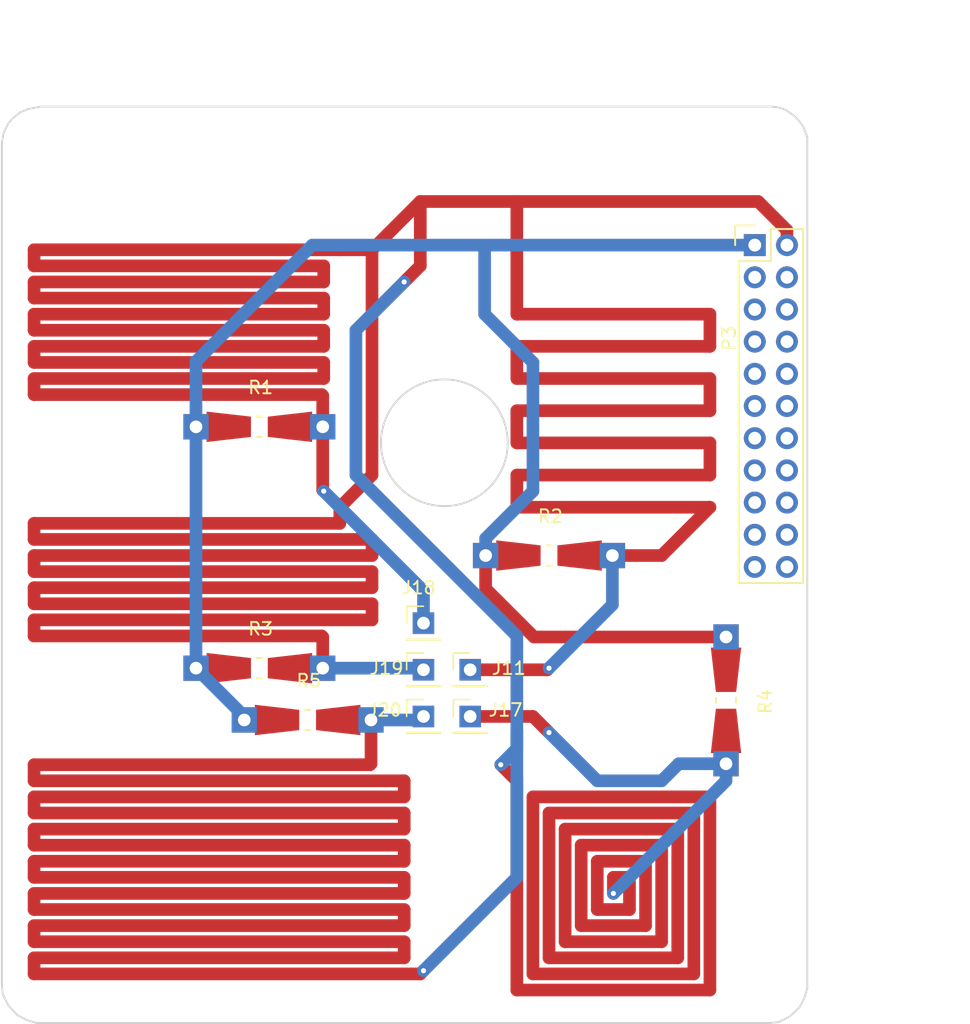
<source format=kicad_pcb>
(kicad_pcb (version 4) (host pcbnew 4.0.5+dfsg1-4)

  (general
    (links 25)
    (no_connects 10)
    (area 132.004999 53.391999 195.718501 125.868501)
    (thickness 1.6)
    (drawings 34)
    (tracks 173)
    (zones 0)
    (modules 14)
    (nets 3)
  )

  (page A4)
  (layers
    (0 F.Cu signal)
    (31 B.Cu signal)
    (32 B.Adhes user)
    (33 F.Adhes user)
    (34 B.Paste user)
    (35 F.Paste user)
    (36 B.SilkS user)
    (37 F.SilkS user)
    (38 B.Mask user)
    (39 F.Mask user)
    (40 Dwgs.User user)
    (41 Cmts.User user)
    (42 Eco1.User user)
    (43 Eco2.User user)
    (44 Edge.Cuts user)
    (45 Margin user)
    (46 B.CrtYd user)
    (47 F.CrtYd user)
    (48 B.Fab user)
    (49 F.Fab user)
  )

  (setup
    (last_trace_width 1)
    (trace_clearance 0.15)
    (zone_clearance 0.2)
    (zone_45_only no)
    (trace_min 0.15)
    (segment_width 0.2)
    (edge_width 0.15)
    (via_size 0.6)
    (via_drill 0.4)
    (via_min_size 0.4)
    (via_min_drill 0.3)
    (uvia_size 0.3)
    (uvia_drill 0.1)
    (uvias_allowed no)
    (uvia_min_size 0.2)
    (uvia_min_drill 0.1)
    (pcb_text_width 0.3)
    (pcb_text_size 1.5 1.5)
    (mod_edge_width 0.15)
    (mod_text_size 1 1)
    (mod_text_width 0.15)
    (pad_size 1.524 1.524)
    (pad_drill 0.762)
    (pad_to_mask_clearance 0.2)
    (aux_axis_origin 0 0)
    (visible_elements FFFEFFFF)
    (pcbplotparams
      (layerselection 0x0102c_80000001)
      (usegerberextensions false)
      (excludeedgelayer true)
      (linewidth 0.100000)
      (plotframeref false)
      (viasonmask false)
      (mode 1)
      (useauxorigin false)
      (hpglpennumber 1)
      (hpglpenspeed 20)
      (hpglpendiameter 15)
      (hpglpenoverlay 2)
      (psnegative false)
      (psa4output false)
      (plotreference true)
      (plotvalue false)
      (plotinvisibletext false)
      (padsonsilk false)
      (subtractmaskfromsilk false)
      (outputformat 1)
      (mirror false)
      (drillshape 0)
      (scaleselection 1)
      (outputdirectory fab2/))
  )

  (net 0 "")
  (net 1 GND)
  (net 2 +3V3)

  (net_class Default "This is the default net class."
    (clearance 0.15)
    (trace_width 1)
    (via_dia 0.6)
    (via_drill 0.4)
    (uvia_dia 0.3)
    (uvia_drill 0.1)
    (add_net +3V3)
    (add_net GND)
  )

  (module SNPM:MountingHole_3.2mm_M3_DIN965 (layer F.Cu) (tedit 5B4A4C86) (tstamp 5A143541)
    (at 181.1 101.96)
    (descr "Mounting Hole 3.2mm, no annular, M3, DIN965")
    (tags "mounting hole 3.2mm no annular m3 din965")
    (path /59BD7F12)
    (fp_text reference J5 (at 0 -3.8) (layer F.SilkS) hide
      (effects (font (size 1 1) (thickness 0.15)))
    )
    (fp_text value CONN_01X01 (at 0 3.8) (layer F.Fab)
      (effects (font (size 1 1) (thickness 0.15)))
    )
    (fp_circle (center 0 0) (end 2.8 0) (layer Cmts.User) (width 0.15))
    (fp_circle (center 0 0) (end 3.05 0) (layer F.CrtYd) (width 0.05))
    (pad 1 np_thru_hole circle (at 0 0) (size 3.2 3.2) (drill 3.2) (layers *.Cu *.Mask))
  )

  (module SNPM:MountingHole_3.2mm_M3_DIN965 (layer F.Cu) (tedit 5B4A4D64) (tstamp 5A143545)
    (at 156.083 57.4548)
    (descr "Mounting Hole 3.2mm, no annular, M3, DIN965")
    (tags "mounting hole 3.2mm no annular m3 din965")
    (path /59BD7DC6)
    (fp_text reference J6 (at 0 -3.8) (layer F.SilkS) hide
      (effects (font (size 1 1) (thickness 0.15)))
    )
    (fp_text value CONN_01X01 (at 0 3.8) (layer F.Fab)
      (effects (font (size 1 1) (thickness 0.15)))
    )
    (fp_circle (center 0 0) (end 2.8 0) (layer Cmts.User) (width 0.15))
    (fp_circle (center 0 0) (end 3.05 0) (layer F.CrtYd) (width 0.05))
    (pad 1 np_thru_hole circle (at 0 0) (size 3.2 3.2) (drill 3.2) (layers *.Cu *.Mask))
  )

  (module SNPM:MountingHole_3.2mm_M3_DIN965 (layer F.Cu) (tedit 5B4A4D69) (tstamp 5A143556)
    (at 181.102 57.4548)
    (descr "Mounting Hole 3.2mm, no annular, M3, DIN965")
    (tags "mounting hole 3.2mm no annular m3 din965")
    (path /59BD8012)
    (fp_text reference J9 (at 0 -3.8) (layer F.SilkS) hide
      (effects (font (size 1 1) (thickness 0.15)))
    )
    (fp_text value CONN_01X01 (at 0 3.8) (layer F.Fab)
      (effects (font (size 1 1) (thickness 0.15)))
    )
    (fp_circle (center 0 0) (end 2.8 0) (layer Cmts.User) (width 0.15))
    (fp_circle (center 0 0) (end 3.05 0) (layer F.CrtYd) (width 0.05))
    (pad 1 np_thru_hole circle (at 0 0) (size 3.2 3.2) (drill 3.2) (layers *.Cu *.Mask))
  )

  (module SNPM:Pin_Header_Straight_1x01_Pitch2.54mm (layer F.Cu) (tedit 5B4A4C9F) (tstamp 5A143F25)
    (at 169.037 97.917)
    (descr "Through hole straight pin header, 1x01, 2.54mm pitch, single row")
    (tags "Through hole pin header THT 1x01 2.54mm single row")
    (path /5A147D06)
    (fp_text reference J11 (at 3.048 -0.127) (layer F.SilkS)
      (effects (font (size 1 1) (thickness 0.15)))
    )
    (fp_text value CONN_01X01 (at 0 2.33) (layer F.Fab)
      (effects (font (size 1 1) (thickness 0.15)))
    )
    (fp_line (start -0.635 -1.27) (end 1.27 -1.27) (layer F.Fab) (width 0.1))
    (fp_line (start 1.27 -1.27) (end 1.27 1.27) (layer F.Fab) (width 0.1))
    (fp_line (start 1.27 1.27) (end -1.27 1.27) (layer F.Fab) (width 0.1))
    (fp_line (start -1.27 1.27) (end -1.27 -0.635) (layer F.Fab) (width 0.1))
    (fp_line (start -1.27 -0.635) (end -0.635 -1.27) (layer F.Fab) (width 0.1))
    (fp_line (start -1.33 1.33) (end 1.33 1.33) (layer F.SilkS) (width 0.12))
    (fp_line (start -1.33 1.27) (end -1.33 1.33) (layer F.SilkS) (width 0.12))
    (fp_line (start 1.33 1.27) (end 1.33 1.33) (layer F.SilkS) (width 0.12))
    (fp_line (start -1.33 1.27) (end 1.33 1.27) (layer F.SilkS) (width 0.12))
    (fp_line (start -1.33 0) (end -1.33 -1.33) (layer F.SilkS) (width 0.12))
    (fp_line (start -1.33 -1.33) (end 0 -1.33) (layer F.SilkS) (width 0.12))
    (fp_line (start -1.8 -1.8) (end -1.8 1.8) (layer F.CrtYd) (width 0.05))
    (fp_line (start -1.8 1.8) (end 1.8 1.8) (layer F.CrtYd) (width 0.05))
    (fp_line (start 1.8 1.8) (end 1.8 -1.8) (layer F.CrtYd) (width 0.05))
    (fp_line (start 1.8 -1.8) (end -1.8 -1.8) (layer F.CrtYd) (width 0.05))
    (fp_text user %R (at 0 0 90) (layer F.Fab)
      (effects (font (size 1 1) (thickness 0.15)))
    )
    (pad 1 thru_hole rect (at 0 0) (size 1.7 1.7) (drill 1) (layers *.Cu *.Mask)
      (net 1 GND))
    (model ${KISYS3DMOD}/Pin_Headers.3dshapes/Pin_Header_Straight_1x01_Pitch2.54mm.wrl
      (at (xyz 0 0 0))
      (scale (xyz 1 1 1))
      (rotate (xyz 0 0 0))
    )
  )

  (module SNPM:Pin_Header_Straight_1x01_Pitch2.54mm (layer F.Cu) (tedit 5B4A4CA5) (tstamp 5A143F2A)
    (at 169.037 101.6)
    (descr "Through hole straight pin header, 1x01, 2.54mm pitch, single row")
    (tags "Through hole pin header THT 1x01 2.54mm single row")
    (path /5A1473CC)
    (fp_text reference J17 (at 2.794 -0.508) (layer F.SilkS)
      (effects (font (size 1 1) (thickness 0.15)))
    )
    (fp_text value CONN_01X01 (at 0 2.33) (layer F.Fab)
      (effects (font (size 1 1) (thickness 0.15)))
    )
    (fp_line (start -0.635 -1.27) (end 1.27 -1.27) (layer F.Fab) (width 0.1))
    (fp_line (start 1.27 -1.27) (end 1.27 1.27) (layer F.Fab) (width 0.1))
    (fp_line (start 1.27 1.27) (end -1.27 1.27) (layer F.Fab) (width 0.1))
    (fp_line (start -1.27 1.27) (end -1.27 -0.635) (layer F.Fab) (width 0.1))
    (fp_line (start -1.27 -0.635) (end -0.635 -1.27) (layer F.Fab) (width 0.1))
    (fp_line (start -1.33 1.33) (end 1.33 1.33) (layer F.SilkS) (width 0.12))
    (fp_line (start -1.33 1.27) (end -1.33 1.33) (layer F.SilkS) (width 0.12))
    (fp_line (start 1.33 1.27) (end 1.33 1.33) (layer F.SilkS) (width 0.12))
    (fp_line (start -1.33 1.27) (end 1.33 1.27) (layer F.SilkS) (width 0.12))
    (fp_line (start -1.33 0) (end -1.33 -1.33) (layer F.SilkS) (width 0.12))
    (fp_line (start -1.33 -1.33) (end 0 -1.33) (layer F.SilkS) (width 0.12))
    (fp_line (start -1.8 -1.8) (end -1.8 1.8) (layer F.CrtYd) (width 0.05))
    (fp_line (start -1.8 1.8) (end 1.8 1.8) (layer F.CrtYd) (width 0.05))
    (fp_line (start 1.8 1.8) (end 1.8 -1.8) (layer F.CrtYd) (width 0.05))
    (fp_line (start 1.8 -1.8) (end -1.8 -1.8) (layer F.CrtYd) (width 0.05))
    (fp_text user %R (at 0 0 90) (layer F.Fab)
      (effects (font (size 1 1) (thickness 0.15)))
    )
    (pad 1 thru_hole rect (at 0 0) (size 1.7 1.7) (drill 1) (layers *.Cu *.Mask)
      (net 1 GND))
    (model ${KISYS3DMOD}/Pin_Headers.3dshapes/Pin_Header_Straight_1x01_Pitch2.54mm.wrl
      (at (xyz 0 0 0))
      (scale (xyz 1 1 1))
      (rotate (xyz 0 0 0))
    )
  )

  (module SNPM:Pin_Header_Straight_1x01_Pitch2.54mm (layer F.Cu) (tedit 5B4A4C9A) (tstamp 5A143F2F)
    (at 165.354 94.234)
    (descr "Through hole straight pin header, 1x01, 2.54mm pitch, single row")
    (tags "Through hole pin header THT 1x01 2.54mm single row")
    (path /5A147BAE)
    (fp_text reference J18 (at -0.381 -2.794) (layer F.SilkS)
      (effects (font (size 1 1) (thickness 0.15)))
    )
    (fp_text value CONN_01X01 (at 0 2.33) (layer F.Fab)
      (effects (font (size 1 1) (thickness 0.15)))
    )
    (fp_line (start -0.635 -1.27) (end 1.27 -1.27) (layer F.Fab) (width 0.1))
    (fp_line (start 1.27 -1.27) (end 1.27 1.27) (layer F.Fab) (width 0.1))
    (fp_line (start 1.27 1.27) (end -1.27 1.27) (layer F.Fab) (width 0.1))
    (fp_line (start -1.27 1.27) (end -1.27 -0.635) (layer F.Fab) (width 0.1))
    (fp_line (start -1.27 -0.635) (end -0.635 -1.27) (layer F.Fab) (width 0.1))
    (fp_line (start -1.33 1.33) (end 1.33 1.33) (layer F.SilkS) (width 0.12))
    (fp_line (start -1.33 1.27) (end -1.33 1.33) (layer F.SilkS) (width 0.12))
    (fp_line (start 1.33 1.27) (end 1.33 1.33) (layer F.SilkS) (width 0.12))
    (fp_line (start -1.33 1.27) (end 1.33 1.27) (layer F.SilkS) (width 0.12))
    (fp_line (start -1.33 0) (end -1.33 -1.33) (layer F.SilkS) (width 0.12))
    (fp_line (start -1.33 -1.33) (end 0 -1.33) (layer F.SilkS) (width 0.12))
    (fp_line (start -1.8 -1.8) (end -1.8 1.8) (layer F.CrtYd) (width 0.05))
    (fp_line (start -1.8 1.8) (end 1.8 1.8) (layer F.CrtYd) (width 0.05))
    (fp_line (start 1.8 1.8) (end 1.8 -1.8) (layer F.CrtYd) (width 0.05))
    (fp_line (start 1.8 -1.8) (end -1.8 -1.8) (layer F.CrtYd) (width 0.05))
    (fp_text user %R (at 0 0 90) (layer F.Fab)
      (effects (font (size 1 1) (thickness 0.15)))
    )
    (pad 1 thru_hole rect (at 0 0) (size 1.7 1.7) (drill 1) (layers *.Cu *.Mask)
      (net 1 GND))
    (model ${KISYS3DMOD}/Pin_Headers.3dshapes/Pin_Header_Straight_1x01_Pitch2.54mm.wrl
      (at (xyz 0 0 0))
      (scale (xyz 1 1 1))
      (rotate (xyz 0 0 0))
    )
  )

  (module SNPM:Pin_Header_Straight_1x01_Pitch2.54mm (layer F.Cu) (tedit 5B4A4C9C) (tstamp 5A143F34)
    (at 165.354 97.917)
    (descr "Through hole straight pin header, 1x01, 2.54mm pitch, single row")
    (tags "Through hole pin header THT 1x01 2.54mm single row")
    (path /5A148706)
    (fp_text reference J19 (at -2.921 -0.127) (layer F.SilkS)
      (effects (font (size 1 1) (thickness 0.15)))
    )
    (fp_text value CONN_01X01 (at 0 2.33) (layer F.Fab)
      (effects (font (size 1 1) (thickness 0.15)))
    )
    (fp_line (start -0.635 -1.27) (end 1.27 -1.27) (layer F.Fab) (width 0.1))
    (fp_line (start 1.27 -1.27) (end 1.27 1.27) (layer F.Fab) (width 0.1))
    (fp_line (start 1.27 1.27) (end -1.27 1.27) (layer F.Fab) (width 0.1))
    (fp_line (start -1.27 1.27) (end -1.27 -0.635) (layer F.Fab) (width 0.1))
    (fp_line (start -1.27 -0.635) (end -0.635 -1.27) (layer F.Fab) (width 0.1))
    (fp_line (start -1.33 1.33) (end 1.33 1.33) (layer F.SilkS) (width 0.12))
    (fp_line (start -1.33 1.27) (end -1.33 1.33) (layer F.SilkS) (width 0.12))
    (fp_line (start 1.33 1.27) (end 1.33 1.33) (layer F.SilkS) (width 0.12))
    (fp_line (start -1.33 1.27) (end 1.33 1.27) (layer F.SilkS) (width 0.12))
    (fp_line (start -1.33 0) (end -1.33 -1.33) (layer F.SilkS) (width 0.12))
    (fp_line (start -1.33 -1.33) (end 0 -1.33) (layer F.SilkS) (width 0.12))
    (fp_line (start -1.8 -1.8) (end -1.8 1.8) (layer F.CrtYd) (width 0.05))
    (fp_line (start -1.8 1.8) (end 1.8 1.8) (layer F.CrtYd) (width 0.05))
    (fp_line (start 1.8 1.8) (end 1.8 -1.8) (layer F.CrtYd) (width 0.05))
    (fp_line (start 1.8 -1.8) (end -1.8 -1.8) (layer F.CrtYd) (width 0.05))
    (fp_text user %R (at 0 0 90) (layer F.Fab)
      (effects (font (size 1 1) (thickness 0.15)))
    )
    (pad 1 thru_hole rect (at 0 0) (size 1.7 1.7) (drill 1) (layers *.Cu *.Mask)
      (net 1 GND))
    (model ${KISYS3DMOD}/Pin_Headers.3dshapes/Pin_Header_Straight_1x01_Pitch2.54mm.wrl
      (at (xyz 0 0 0))
      (scale (xyz 1 1 1))
      (rotate (xyz 0 0 0))
    )
  )

  (module SNPM:Pin_Header_Straight_1x01_Pitch2.54mm (layer F.Cu) (tedit 5B4A4CA2) (tstamp 5A143F39)
    (at 165.354 101.6)
    (descr "Through hole straight pin header, 1x01, 2.54mm pitch, single row")
    (tags "Through hole pin header THT 1x01 2.54mm single row")
    (path /5A146BB4)
    (fp_text reference J20 (at -3.048 -0.508) (layer F.SilkS)
      (effects (font (size 1 1) (thickness 0.15)))
    )
    (fp_text value CONN_01X01 (at 0 2.33) (layer F.Fab)
      (effects (font (size 1 1) (thickness 0.15)))
    )
    (fp_line (start -0.635 -1.27) (end 1.27 -1.27) (layer F.Fab) (width 0.1))
    (fp_line (start 1.27 -1.27) (end 1.27 1.27) (layer F.Fab) (width 0.1))
    (fp_line (start 1.27 1.27) (end -1.27 1.27) (layer F.Fab) (width 0.1))
    (fp_line (start -1.27 1.27) (end -1.27 -0.635) (layer F.Fab) (width 0.1))
    (fp_line (start -1.27 -0.635) (end -0.635 -1.27) (layer F.Fab) (width 0.1))
    (fp_line (start -1.33 1.33) (end 1.33 1.33) (layer F.SilkS) (width 0.12))
    (fp_line (start -1.33 1.27) (end -1.33 1.33) (layer F.SilkS) (width 0.12))
    (fp_line (start 1.33 1.27) (end 1.33 1.33) (layer F.SilkS) (width 0.12))
    (fp_line (start -1.33 1.27) (end 1.33 1.27) (layer F.SilkS) (width 0.12))
    (fp_line (start -1.33 0) (end -1.33 -1.33) (layer F.SilkS) (width 0.12))
    (fp_line (start -1.33 -1.33) (end 0 -1.33) (layer F.SilkS) (width 0.12))
    (fp_line (start -1.8 -1.8) (end -1.8 1.8) (layer F.CrtYd) (width 0.05))
    (fp_line (start -1.8 1.8) (end 1.8 1.8) (layer F.CrtYd) (width 0.05))
    (fp_line (start 1.8 1.8) (end 1.8 -1.8) (layer F.CrtYd) (width 0.05))
    (fp_line (start 1.8 -1.8) (end -1.8 -1.8) (layer F.CrtYd) (width 0.05))
    (fp_text user %R (at 0 0 90) (layer F.Fab)
      (effects (font (size 1 1) (thickness 0.15)))
    )
    (pad 1 thru_hole rect (at 0 0) (size 1.7 1.7) (drill 1) (layers *.Cu *.Mask)
      (net 1 GND))
    (model ${KISYS3DMOD}/Pin_Headers.3dshapes/Pin_Header_Straight_1x01_Pitch2.54mm.wrl
      (at (xyz 0 0 0))
      (scale (xyz 1 1 1))
      (rotate (xyz 0 0 0))
    )
  )

  (module Pin_Headers:Pin_Header_Straight_2x11 (layer F.Cu) (tedit 5B4A4C4A) (tstamp 5B4775DD)
    (at 191.5 64.4)
    (descr "Through hole pin header")
    (tags "pin header")
    (path /5B477A9C)
    (fp_text reference P3 (at -2.016 7.355 270) (layer F.SilkS)
      (effects (font (size 1 1) (thickness 0.15)))
    )
    (fp_text value CONN_02X11 (at 0 -3.1) (layer F.Fab)
      (effects (font (size 1 1) (thickness 0.15)))
    )
    (fp_line (start -1.75 -1.75) (end -1.75 27.15) (layer F.CrtYd) (width 0.05))
    (fp_line (start 4.3 -1.75) (end 4.3 27.15) (layer F.CrtYd) (width 0.05))
    (fp_line (start -1.75 -1.75) (end 4.3 -1.75) (layer F.CrtYd) (width 0.05))
    (fp_line (start -1.75 27.15) (end 4.3 27.15) (layer F.CrtYd) (width 0.05))
    (fp_line (start 3.81 26.67) (end 3.81 -1.27) (layer F.SilkS) (width 0.15))
    (fp_line (start -1.27 1.27) (end -1.27 26.67) (layer F.SilkS) (width 0.15))
    (fp_line (start 3.81 26.67) (end -1.27 26.67) (layer F.SilkS) (width 0.15))
    (fp_line (start 3.81 -1.27) (end 1.27 -1.27) (layer F.SilkS) (width 0.15))
    (fp_line (start 0 -1.55) (end -1.55 -1.55) (layer F.SilkS) (width 0.15))
    (fp_line (start 1.27 -1.27) (end 1.27 1.27) (layer F.SilkS) (width 0.15))
    (fp_line (start 1.27 1.27) (end -1.27 1.27) (layer F.SilkS) (width 0.15))
    (fp_line (start -1.55 -1.55) (end -1.55 0) (layer F.SilkS) (width 0.15))
    (pad 1 thru_hole rect (at 0 0) (size 1.7272 1.7272) (drill 1.016) (layers *.Cu *.Mask)
      (net 2 +3V3))
    (pad 2 thru_hole oval (at 2.54 0) (size 1.7272 1.7272) (drill 1.016) (layers *.Cu *.Mask)
      (net 1 GND))
    (pad 3 thru_hole oval (at 0 2.54) (size 1.7272 1.7272) (drill 1.016) (layers *.Cu *.Mask))
    (pad 4 thru_hole oval (at 2.54 2.54) (size 1.7272 1.7272) (drill 1.016) (layers *.Cu *.Mask))
    (pad 5 thru_hole oval (at 0 5.08) (size 1.7272 1.7272) (drill 1.016) (layers *.Cu *.Mask))
    (pad 6 thru_hole oval (at 2.54 5.08) (size 1.7272 1.7272) (drill 1.016) (layers *.Cu *.Mask))
    (pad 7 thru_hole oval (at 0 7.62) (size 1.7272 1.7272) (drill 1.016) (layers *.Cu *.Mask))
    (pad 8 thru_hole oval (at 2.54 7.62) (size 1.7272 1.7272) (drill 1.016) (layers *.Cu *.Mask))
    (pad 9 thru_hole oval (at 0 10.16) (size 1.7272 1.7272) (drill 1.016) (layers *.Cu *.Mask))
    (pad 10 thru_hole oval (at 2.54 10.16) (size 1.7272 1.7272) (drill 1.016) (layers *.Cu *.Mask))
    (pad 11 thru_hole oval (at 0 12.7) (size 1.7272 1.7272) (drill 1.016) (layers *.Cu *.Mask))
    (pad 12 thru_hole oval (at 2.54 12.7) (size 1.7272 1.7272) (drill 1.016) (layers *.Cu *.Mask))
    (pad 13 thru_hole oval (at 0 15.24) (size 1.7272 1.7272) (drill 1.016) (layers *.Cu *.Mask))
    (pad 14 thru_hole oval (at 2.54 15.24) (size 1.7272 1.7272) (drill 1.016) (layers *.Cu *.Mask))
    (pad 15 thru_hole oval (at 0 17.78) (size 1.7272 1.7272) (drill 1.016) (layers *.Cu *.Mask))
    (pad 16 thru_hole oval (at 2.54 17.78) (size 1.7272 1.7272) (drill 1.016) (layers *.Cu *.Mask))
    (pad 17 thru_hole oval (at 0 20.32) (size 1.7272 1.7272) (drill 1.016) (layers *.Cu *.Mask))
    (pad 18 thru_hole oval (at 2.54 20.32) (size 1.7272 1.7272) (drill 1.016) (layers *.Cu *.Mask))
    (pad 19 thru_hole oval (at 0 22.86) (size 1.7272 1.7272) (drill 1.016) (layers *.Cu *.Mask))
    (pad 20 thru_hole oval (at 2.54 22.86) (size 1.7272 1.7272) (drill 1.016) (layers *.Cu *.Mask))
    (pad 21 thru_hole oval (at 0 25.4) (size 1.7272 1.7272) (drill 1.016) (layers *.Cu *.Mask))
    (pad 22 thru_hole oval (at 2.54 25.4) (size 1.7272 1.7272) (drill 1.016) (layers *.Cu *.Mask))
    (model Pin_Headers.3dshapes/Pin_Header_Straight_2x11.wrl
      (at (xyz 0.05 -0.5 0))
      (scale (xyz 1 1 1))
      (rotate (xyz 0 0 90))
    )
  )

  (module Resistors_Universal:Resistor_SMD+THTuniversal_0805to1206_RM10_HandSoldering (layer F.Cu) (tedit 0) (tstamp 5B4A53FD)
    (at 152.4 78.74)
    (descr "Resistor, SMD and THT, universal, 0805 to 1206,RM10,  Hand soldering,")
    (tags "Resistor, SMD and THT, universal, 0805 to 1206, RM10, Hand soldering,")
    (path /5B4AB0E2)
    (fp_text reference R1 (at 0.09906 -3.0988) (layer F.SilkS)
      (effects (font (size 1 1) (thickness 0.15)))
    )
    (fp_text value R (at -0.39878 4.20116) (layer F.Fab)
      (effects (font (size 1 1) (thickness 0.15)))
    )
    (fp_line (start 0 0.8001) (end 0.20066 0.8001) (layer F.SilkS) (width 0.15))
    (fp_line (start 0 0.8001) (end -0.20066 0.8001) (layer F.SilkS) (width 0.15))
    (fp_line (start -0.09906 -0.8001) (end -0.20066 -0.8001) (layer F.SilkS) (width 0.15))
    (fp_line (start -0.20066 -0.8001) (end 0.20066 -0.8001) (layer F.SilkS) (width 0.15))
    (pad 1 smd trapezoid (at -2.413 0) (size 3.50012 1.99898) (rect_delta 0.39878 0 ) (layers F.Cu F.Paste F.Mask)
      (net 2 +3V3))
    (pad 2 smd trapezoid (at 2.413 0 180) (size 3.50012 1.99898) (rect_delta 0.39878 0 ) (layers F.Cu F.Paste F.Mask)
      (net 1 GND))
    (pad 1 thru_hole rect (at -5.00126 0 180) (size 1.99898 1.99898) (drill 1.00076) (layers *.Cu *.Mask)
      (net 2 +3V3))
    (pad 2 thru_hole rect (at 5.00126 0 180) (size 1.99898 1.99898) (drill 1.00076) (layers *.Cu *.Mask)
      (net 1 GND))
  )

  (module Resistors_Universal:Resistor_SMD+THTuniversal_0805to1206_RM10_HandSoldering (layer F.Cu) (tedit 0) (tstamp 5B4A5404)
    (at 175.26 88.9)
    (descr "Resistor, SMD and THT, universal, 0805 to 1206,RM10,  Hand soldering,")
    (tags "Resistor, SMD and THT, universal, 0805 to 1206, RM10, Hand soldering,")
    (path /5B4AB38A)
    (fp_text reference R2 (at 0.09906 -3.0988) (layer F.SilkS)
      (effects (font (size 1 1) (thickness 0.15)))
    )
    (fp_text value R (at -0.39878 4.20116) (layer F.Fab)
      (effects (font (size 1 1) (thickness 0.15)))
    )
    (fp_line (start 0 0.8001) (end 0.20066 0.8001) (layer F.SilkS) (width 0.15))
    (fp_line (start 0 0.8001) (end -0.20066 0.8001) (layer F.SilkS) (width 0.15))
    (fp_line (start -0.09906 -0.8001) (end -0.20066 -0.8001) (layer F.SilkS) (width 0.15))
    (fp_line (start -0.20066 -0.8001) (end 0.20066 -0.8001) (layer F.SilkS) (width 0.15))
    (pad 1 smd trapezoid (at -2.413 0) (size 3.50012 1.99898) (rect_delta 0.39878 0 ) (layers F.Cu F.Paste F.Mask)
      (net 2 +3V3))
    (pad 2 smd trapezoid (at 2.413 0 180) (size 3.50012 1.99898) (rect_delta 0.39878 0 ) (layers F.Cu F.Paste F.Mask)
      (net 1 GND))
    (pad 1 thru_hole rect (at -5.00126 0 180) (size 1.99898 1.99898) (drill 1.00076) (layers *.Cu *.Mask)
      (net 2 +3V3))
    (pad 2 thru_hole rect (at 5.00126 0 180) (size 1.99898 1.99898) (drill 1.00076) (layers *.Cu *.Mask)
      (net 1 GND))
  )

  (module Resistors_Universal:Resistor_SMD+THTuniversal_0805to1206_RM10_HandSoldering (layer F.Cu) (tedit 0) (tstamp 5B4A540B)
    (at 152.4 97.79)
    (descr "Resistor, SMD and THT, universal, 0805 to 1206,RM10,  Hand soldering,")
    (tags "Resistor, SMD and THT, universal, 0805 to 1206, RM10, Hand soldering,")
    (path /5B4AB675)
    (fp_text reference R3 (at 0.09906 -3.0988) (layer F.SilkS)
      (effects (font (size 1 1) (thickness 0.15)))
    )
    (fp_text value R (at -0.39878 4.20116) (layer F.Fab)
      (effects (font (size 1 1) (thickness 0.15)))
    )
    (fp_line (start 0 0.8001) (end 0.20066 0.8001) (layer F.SilkS) (width 0.15))
    (fp_line (start 0 0.8001) (end -0.20066 0.8001) (layer F.SilkS) (width 0.15))
    (fp_line (start -0.09906 -0.8001) (end -0.20066 -0.8001) (layer F.SilkS) (width 0.15))
    (fp_line (start -0.20066 -0.8001) (end 0.20066 -0.8001) (layer F.SilkS) (width 0.15))
    (pad 1 smd trapezoid (at -2.413 0) (size 3.50012 1.99898) (rect_delta 0.39878 0 ) (layers F.Cu F.Paste F.Mask)
      (net 2 +3V3))
    (pad 2 smd trapezoid (at 2.413 0 180) (size 3.50012 1.99898) (rect_delta 0.39878 0 ) (layers F.Cu F.Paste F.Mask)
      (net 1 GND))
    (pad 1 thru_hole rect (at -5.00126 0 180) (size 1.99898 1.99898) (drill 1.00076) (layers *.Cu *.Mask)
      (net 2 +3V3))
    (pad 2 thru_hole rect (at 5.00126 0 180) (size 1.99898 1.99898) (drill 1.00076) (layers *.Cu *.Mask)
      (net 1 GND))
  )

  (module Resistors_Universal:Resistor_SMD+THTuniversal_0805to1206_RM10_HandSoldering (layer F.Cu) (tedit 0) (tstamp 5B4A5412)
    (at 189.23 100.33 270)
    (descr "Resistor, SMD and THT, universal, 0805 to 1206,RM10,  Hand soldering,")
    (tags "Resistor, SMD and THT, universal, 0805 to 1206, RM10, Hand soldering,")
    (path /5B4AB4A6)
    (fp_text reference R4 (at 0.09906 -3.0988 270) (layer F.SilkS)
      (effects (font (size 1 1) (thickness 0.15)))
    )
    (fp_text value R (at -0.39878 4.20116 270) (layer F.Fab)
      (effects (font (size 1 1) (thickness 0.15)))
    )
    (fp_line (start 0 0.8001) (end 0.20066 0.8001) (layer F.SilkS) (width 0.15))
    (fp_line (start 0 0.8001) (end -0.20066 0.8001) (layer F.SilkS) (width 0.15))
    (fp_line (start -0.09906 -0.8001) (end -0.20066 -0.8001) (layer F.SilkS) (width 0.15))
    (fp_line (start -0.20066 -0.8001) (end 0.20066 -0.8001) (layer F.SilkS) (width 0.15))
    (pad 1 smd trapezoid (at -2.413 0 270) (size 3.50012 1.99898) (rect_delta 0.39878 0 ) (layers F.Cu F.Paste F.Mask)
      (net 2 +3V3))
    (pad 2 smd trapezoid (at 2.413 0 90) (size 3.50012 1.99898) (rect_delta 0.39878 0 ) (layers F.Cu F.Paste F.Mask)
      (net 1 GND))
    (pad 1 thru_hole rect (at -5.00126 0 90) (size 1.99898 1.99898) (drill 1.00076) (layers *.Cu *.Mask)
      (net 2 +3V3))
    (pad 2 thru_hole rect (at 5.00126 0 90) (size 1.99898 1.99898) (drill 1.00076) (layers *.Cu *.Mask)
      (net 1 GND))
  )

  (module Resistors_Universal:Resistor_SMD+THTuniversal_0805to1206_RM10_HandSoldering (layer F.Cu) (tedit 0) (tstamp 5B4A5419)
    (at 156.21 101.8794)
    (descr "Resistor, SMD and THT, universal, 0805 to 1206,RM10,  Hand soldering,")
    (tags "Resistor, SMD and THT, universal, 0805 to 1206, RM10, Hand soldering,")
    (path /5B4AB77D)
    (fp_text reference R5 (at 0.09906 -3.0988) (layer F.SilkS)
      (effects (font (size 1 1) (thickness 0.15)))
    )
    (fp_text value R (at -0.39878 4.20116) (layer F.Fab)
      (effects (font (size 1 1) (thickness 0.15)))
    )
    (fp_line (start 0 0.8001) (end 0.20066 0.8001) (layer F.SilkS) (width 0.15))
    (fp_line (start 0 0.8001) (end -0.20066 0.8001) (layer F.SilkS) (width 0.15))
    (fp_line (start -0.09906 -0.8001) (end -0.20066 -0.8001) (layer F.SilkS) (width 0.15))
    (fp_line (start -0.20066 -0.8001) (end 0.20066 -0.8001) (layer F.SilkS) (width 0.15))
    (pad 1 smd trapezoid (at -2.413 0) (size 3.50012 1.99898) (rect_delta 0.39878 0 ) (layers F.Cu F.Paste F.Mask)
      (net 2 +3V3))
    (pad 2 smd trapezoid (at 2.413 0 180) (size 3.50012 1.99898) (rect_delta 0.39878 0 ) (layers F.Cu F.Paste F.Mask)
      (net 1 GND))
    (pad 1 thru_hole rect (at -5.00126 0 180) (size 1.99898 1.99898) (drill 1.00076) (layers *.Cu *.Mask)
      (net 2 +3V3))
    (pad 2 thru_hole rect (at 5.00126 0 180) (size 1.99898 1.99898) (drill 1.00076) (layers *.Cu *.Mask)
      (net 1 GND))
  )

  (gr_circle (center 167 80) (end 172 80) (layer Edge.Cuts) (width 0.15))
  (gr_line (start 154.559 125.7935) (end 134.8105 125.7935) (angle 90) (layer Edge.Cuts) (width 0.15))
  (gr_line (start 195.6435 55.88) (end 195.6435 56.0705) (angle 90) (layer Edge.Cuts) (width 0.15))
  (gr_line (start 195.6435 123.063) (end 195.6435 56.0705) (angle 90) (layer Edge.Cuts) (width 0.15))
  (gr_line (start 192.5955 125.7935) (end 154.559 125.7935) (angle 90) (layer Edge.Cuts) (width 0.15))
  (gr_line (start 132.1435 123.5075) (end 132.588 124.3965) (angle 90) (layer Edge.Cuts) (width 0.15) (tstamp 5B4A03D4))
  (gr_line (start 133.2865 125.1585) (end 133.985 125.5395) (angle 90) (layer Edge.Cuts) (width 0.15) (tstamp 5B4A03D3))
  (gr_line (start 133.985 125.5395) (end 134.8105 125.7935) (angle 90) (layer Edge.Cuts) (width 0.15) (tstamp 5B4A03D2))
  (gr_line (start 132.08 122.7455) (end 132.1435 123.5075) (angle 90) (layer Edge.Cuts) (width 0.15) (tstamp 5B4A03D1))
  (gr_line (start 132.588 124.3965) (end 133.2865 125.1585) (angle 90) (layer Edge.Cuts) (width 0.15) (tstamp 5B4A03D0))
  (gr_line (start 194.2465 125.2855) (end 195.0085 124.587) (angle 90) (layer Edge.Cuts) (width 0.15))
  (dimension 72.39 (width 0.3) (layer F.CrtYd)
    (gr_text "72,390 mm" (at 205.82 89.535 270) (layer F.CrtYd)
      (effects (font (size 1.5 1.5) (thickness 0.3)))
    )
    (feature1 (pts (xy 200.66 125.73) (xy 207.17 125.73)))
    (feature2 (pts (xy 200.66 53.34) (xy 207.17 53.34)))
    (crossbar (pts (xy 204.47 53.34) (xy 204.47 125.73)))
    (arrow1a (pts (xy 204.47 125.73) (xy 203.883579 124.603496)))
    (arrow1b (pts (xy 204.47 125.73) (xy 205.056421 124.603496)))
    (arrow2a (pts (xy 204.47 53.34) (xy 203.883579 54.466504)))
    (arrow2b (pts (xy 204.47 53.34) (xy 205.056421 54.466504)))
  )
  (dimension 63.5 (width 0.3) (layer F.CrtYd)
    (gr_text "63,500 mm" (at 163.83 46.91) (layer F.CrtYd)
      (effects (font (size 1.5 1.5) (thickness 0.3)))
    )
    (feature1 (pts (xy 195.58 50.8) (xy 195.58 45.56)))
    (feature2 (pts (xy 132.08 50.8) (xy 132.08 45.56)))
    (crossbar (pts (xy 132.08 48.26) (xy 195.58 48.26)))
    (arrow1a (pts (xy 195.58 48.26) (xy 194.453496 48.846421)))
    (arrow1b (pts (xy 195.58 48.26) (xy 194.453496 47.673579)))
    (arrow2a (pts (xy 132.08 48.26) (xy 133.206504 48.846421)))
    (arrow2b (pts (xy 132.08 48.26) (xy 133.206504 47.673579)))
  )
  (gr_line (start 192.5955 125.7935) (end 193.3575 125.73) (angle 90) (layer Edge.Cuts) (width 0.15))
  (gr_line (start 132.08 56.3245) (end 132.08 122.7455) (angle 90) (layer Edge.Cuts) (width 0.15))
  (gr_line (start 132.207 55.5625) (end 132.08 56.3245) (angle 90) (layer Edge.Cuts) (width 0.15))
  (gr_line (start 132.588 54.8005) (end 132.207 55.5625) (angle 90) (layer Edge.Cuts) (width 0.15))
  (gr_line (start 132.9055 54.4195) (end 132.588 54.8005) (angle 90) (layer Edge.Cuts) (width 0.15))
  (gr_line (start 133.5405 53.9115) (end 132.9055 54.4195) (angle 90) (layer Edge.Cuts) (width 0.15))
  (gr_line (start 134.1755 53.6575) (end 133.5405 53.9115) (angle 90) (layer Edge.Cuts) (width 0.15))
  (gr_line (start 135.128 53.467) (end 134.1755 53.6575) (angle 90) (layer Edge.Cuts) (width 0.15))
  (gr_line (start 167.767 53.467) (end 135.128 53.467) (angle 90) (layer Edge.Cuts) (width 0.15))
  (gr_line (start 181.102 53.467) (end 167.767 53.467) (angle 90) (layer Edge.Cuts) (width 0.15))
  (gr_line (start 189.484 53.467) (end 181.102 53.467) (angle 90) (layer Edge.Cuts) (width 0.15))
  (gr_line (start 192.786 53.467) (end 189.484 53.467) (angle 90) (layer Edge.Cuts) (width 0.15))
  (gr_line (start 193.3575 53.5305) (end 192.786 53.467) (angle 90) (layer Edge.Cuts) (width 0.15))
  (gr_line (start 193.929 53.721) (end 193.3575 53.5305) (angle 90) (layer Edge.Cuts) (width 0.15))
  (gr_line (start 194.564 54.1655) (end 193.929 53.721) (angle 90) (layer Edge.Cuts) (width 0.15))
  (gr_line (start 195.0085 54.61) (end 194.564 54.1655) (angle 90) (layer Edge.Cuts) (width 0.15))
  (gr_line (start 195.326 55.0545) (end 195.0085 54.61) (angle 90) (layer Edge.Cuts) (width 0.15))
  (gr_line (start 195.6435 55.88) (end 195.326 55.0545) (angle 90) (layer Edge.Cuts) (width 0.15))
  (gr_line (start 195.3895 123.8885) (end 195.6435 123.063) (angle 90) (layer Edge.Cuts) (width 0.15))
  (gr_line (start 195.0085 124.587) (end 195.3895 123.8885) (angle 90) (layer Edge.Cuts) (width 0.15))
  (gr_line (start 193.3575 125.73) (end 194.2465 125.2855) (angle 90) (layer Edge.Cuts) (width 0.15))

  (segment (start 189.23 105.33126) (end 185.49874 105.33126) (width 1) (layer B.Cu) (net 1) (status 400000))
  (segment (start 173.99 101.6) (end 169.037 101.6) (width 1) (layer F.Cu) (net 1) (tstamp 5B4A56B7) (status 800000))
  (segment (start 175.26 102.87) (end 173.99 101.6) (width 1) (layer F.Cu) (net 1) (tstamp 5B4A56B6))
  (via (at 175.26 102.87) (size 0.6) (drill 0.4) (layers F.Cu B.Cu) (net 1))
  (segment (start 179.07 106.68) (end 175.26 102.87) (width 1) (layer B.Cu) (net 1) (tstamp 5B4A56B4))
  (segment (start 184.15 106.68) (end 179.07 106.68) (width 1) (layer B.Cu) (net 1) (tstamp 5B4A56B2))
  (segment (start 185.49874 105.33126) (end 184.15 106.68) (width 1) (layer B.Cu) (net 1) (tstamp 5B4A56B0))
  (segment (start 157.40126 78.74) (end 157.40126 83.74126) (width 1) (layer F.Cu) (net 1) (status 400000))
  (segment (start 165.354 91.694) (end 165.354 94.234) (width 1) (layer B.Cu) (net 1) (tstamp 5B4A56AD) (status 800000))
  (segment (start 157.48 83.82) (end 165.354 91.694) (width 1) (layer B.Cu) (net 1) (tstamp 5B4A56AC))
  (via (at 157.48 83.82) (size 0.6) (drill 0.4) (layers F.Cu B.Cu) (net 1))
  (segment (start 157.40126 83.74126) (end 157.48 83.82) (width 1) (layer F.Cu) (net 1) (tstamp 5B4A56AA))
  (segment (start 180.26126 88.9) (end 180.26126 92.78874) (width 1) (layer B.Cu) (net 1) (status 400000))
  (segment (start 175.133 97.917) (end 169.037 97.917) (width 1) (layer F.Cu) (net 1) (tstamp 5B4A56A7) (status 800000))
  (segment (start 175.26 97.79) (end 175.133 97.917) (width 1) (layer F.Cu) (net 1) (tstamp 5B4A56A6))
  (via (at 175.26 97.79) (size 0.6) (drill 0.4) (layers F.Cu B.Cu) (net 1))
  (segment (start 180.26126 92.78874) (end 175.26 97.79) (width 1) (layer B.Cu) (net 1) (tstamp 5B4A56A3))
  (segment (start 157.40126 97.79) (end 165.227 97.79) (width 1) (layer B.Cu) (net 1) (status C00000))
  (segment (start 165.227 97.79) (end 165.354 97.917) (width 1) (layer B.Cu) (net 1) (tstamp 5B4A569E) (status C00000))
  (segment (start 161.21126 101.8794) (end 165.0746 101.8794) (width 1) (layer B.Cu) (net 1) (status C00000))
  (segment (start 165.0746 101.8794) (end 165.354 101.6) (width 1) (layer B.Cu) (net 1) (tstamp 5B4A569B) (status C00000))
  (via (at 171.45 105.41) (size 0.6) (drill 0.4) (layers F.Cu B.Cu) (net 1))
  (segment (start 172.72 102.87) (end 172.72 104.14) (width 1) (layer B.Cu) (net 1) (tstamp 5B4A5685))
  (segment (start 172.72 104.14) (end 171.45 105.41) (width 1) (layer B.Cu) (net 1) (tstamp 5B4A5684))
  (via (at 165.354 121.666) (size 0.6) (drill 0.4) (layers F.Cu B.Cu) (net 1))
  (segment (start 165.1 60.96) (end 165.1 66.04) (width 1) (layer F.Cu) (net 1) (tstamp 5B4A5675))
  (segment (start 163.83 67.31) (end 165.1 66.04) (width 1) (layer F.Cu) (net 1) (tstamp 5B4A5674))
  (via (at 163.83 67.31) (size 0.6) (drill 0.4) (layers F.Cu B.Cu) (net 1))
  (segment (start 160.02 71.12) (end 163.83 67.31) (width 1) (layer B.Cu) (net 1) (tstamp 5B4A566D))
  (segment (start 160.02 82.55) (end 160.02 71.12) (width 1) (layer B.Cu) (net 1) (tstamp 5B4A5669))
  (segment (start 161.29 83.82) (end 160.02 82.55) (width 1) (layer B.Cu) (net 1) (tstamp 5B4A5667))
  (segment (start 172.72 95.25) (end 161.29 83.82) (width 1) (layer B.Cu) (net 1) (tstamp 5B4A5666))
  (segment (start 172.72 114.3) (end 172.72 102.87) (width 1) (layer B.Cu) (net 1) (tstamp 5B4A5663))
  (segment (start 172.72 102.87) (end 172.72 95.25) (width 1) (layer B.Cu) (net 1) (tstamp 5B4A5688))
  (segment (start 172.72 114.3) (end 165.354 121.666) (width 1) (layer B.Cu) (net 1) (tstamp 5B4A5662))
  (segment (start 158.75 86.36) (end 158.75 85.09) (width 1) (layer F.Cu) (net 1))
  (segment (start 161.29 82.55) (end 161.29 64.77) (width 1) (layer F.Cu) (net 1) (tstamp 5B4A5656))
  (segment (start 158.75 85.09) (end 161.29 82.55) (width 1) (layer F.Cu) (net 1) (tstamp 5B4A5655))
  (segment (start 172.72 69.85) (end 172.72 60.96) (width 1) (layer F.Cu) (net 1))
  (segment (start 158.75 64.77) (end 161.29 64.77) (width 1) (layer F.Cu) (net 1))
  (segment (start 157.40126 78.74) (end 157.40126 76.27874) (width 1) (layer F.Cu) (net 1))
  (segment (start 134.62 64.77) (end 158.75 64.77) (width 1) (layer F.Cu) (net 1) (tstamp 5B4A5550))
  (segment (start 134.62 66.04) (end 134.62 64.77) (width 1) (layer F.Cu) (net 1) (tstamp 5B4A554F))
  (segment (start 157.48 66.04) (end 134.62 66.04) (width 1) (layer F.Cu) (net 1) (tstamp 5B4A554E))
  (segment (start 157.48 67.31) (end 157.48 66.04) (width 1) (layer F.Cu) (net 1) (tstamp 5B4A554D))
  (segment (start 134.62 67.31) (end 157.48 67.31) (width 1) (layer F.Cu) (net 1) (tstamp 5B4A554C))
  (segment (start 134.62 68.58) (end 134.62 67.31) (width 1) (layer F.Cu) (net 1) (tstamp 5B4A554B))
  (segment (start 157.48 68.58) (end 134.62 68.58) (width 1) (layer F.Cu) (net 1) (tstamp 5B4A554A))
  (segment (start 157.48 69.85) (end 157.48 68.58) (width 1) (layer F.Cu) (net 1) (tstamp 5B4A5549))
  (segment (start 134.62 69.85) (end 157.48 69.85) (width 1) (layer F.Cu) (net 1) (tstamp 5B4A5548))
  (segment (start 134.62 71.12) (end 134.62 69.85) (width 1) (layer F.Cu) (net 1) (tstamp 5B4A5547))
  (segment (start 157.48 71.12) (end 134.62 71.12) (width 1) (layer F.Cu) (net 1) (tstamp 5B4A5546))
  (segment (start 157.48 72.39) (end 157.48 71.12) (width 1) (layer F.Cu) (net 1) (tstamp 5B4A5545))
  (segment (start 134.62 72.39) (end 157.48 72.39) (width 1) (layer F.Cu) (net 1) (tstamp 5B4A5544))
  (segment (start 134.62 73.66) (end 134.62 72.39) (width 1) (layer F.Cu) (net 1) (tstamp 5B4A5543))
  (segment (start 157.48 73.66) (end 134.62 73.66) (width 1) (layer F.Cu) (net 1) (tstamp 5B4A5542))
  (segment (start 157.48 74.93) (end 157.48 73.66) (width 1) (layer F.Cu) (net 1) (tstamp 5B4A5541))
  (segment (start 134.62 74.93) (end 157.48 74.93) (width 1) (layer F.Cu) (net 1) (tstamp 5B4A5540))
  (segment (start 134.62 76.2) (end 134.62 74.93) (width 1) (layer F.Cu) (net 1) (tstamp 5B4A553F))
  (segment (start 157.32252 76.2) (end 134.62 76.2) (width 1) (layer F.Cu) (net 1) (tstamp 5B4A553D))
  (segment (start 157.40126 76.27874) (end 157.32252 76.2) (width 1) (layer F.Cu) (net 1) (tstamp 5B4A553C))
  (segment (start 165.1 60.96) (end 162.56 63.5) (width 1) (layer F.Cu) (net 1) (tstamp 5B4A5613))
  (segment (start 161.29 64.77) (end 162.56 63.5) (width 1) (layer F.Cu) (net 1) (tstamp 5B4A563C))
  (segment (start 172.72 60.96) (end 165.1 60.96) (width 1) (layer F.Cu) (net 1) (tstamp 5B4A5647))
  (segment (start 194.04 64.4) (end 194.04 63.23) (width 1) (layer F.Cu) (net 1) (status 400000))
  (segment (start 191.77 60.96) (end 172.72 60.96) (width 1) (layer F.Cu) (net 1) (tstamp 5B4A560F))
  (segment (start 194.04 63.23) (end 191.77 60.96) (width 1) (layer F.Cu) (net 1) (tstamp 5B4A560E))
  (segment (start 189.23 105.33126) (end 189.23 106.68) (width 1) (layer B.Cu) (net 1) (status 400000))
  (segment (start 189.23 106.68) (end 180.34 115.57) (width 1) (layer B.Cu) (net 1) (tstamp 5B4A55B6))
  (via (at 180.34 115.57) (size 0.6) (drill 0.4) (layers F.Cu B.Cu) (net 1))
  (segment (start 180.34 115.57) (end 180.34 114.3) (width 1) (layer F.Cu) (net 1) (tstamp 5B4A55BC))
  (segment (start 180.34 114.3) (end 181.61 114.3) (width 1) (layer F.Cu) (net 1) (tstamp 5B4A55BD))
  (segment (start 181.61 114.3) (end 181.61 116.84) (width 1) (layer F.Cu) (net 1) (tstamp 5B4A55BE))
  (segment (start 181.61 116.84) (end 179.07 116.84) (width 1) (layer F.Cu) (net 1) (tstamp 5B4A55BF))
  (segment (start 179.07 116.84) (end 179.07 113.03) (width 1) (layer F.Cu) (net 1) (tstamp 5B4A55C0))
  (segment (start 179.07 113.03) (end 182.88 113.03) (width 1) (layer F.Cu) (net 1) (tstamp 5B4A55C1))
  (segment (start 182.88 113.03) (end 182.88 118.11) (width 1) (layer F.Cu) (net 1) (tstamp 5B4A55C2))
  (segment (start 182.88 118.11) (end 177.8 118.11) (width 1) (layer F.Cu) (net 1) (tstamp 5B4A55C3))
  (segment (start 177.8 118.11) (end 177.8 111.76) (width 1) (layer F.Cu) (net 1) (tstamp 5B4A55C4))
  (segment (start 177.8 111.76) (end 184.15 111.76) (width 1) (layer F.Cu) (net 1) (tstamp 5B4A55C5))
  (segment (start 184.15 111.76) (end 184.15 119.38) (width 1) (layer F.Cu) (net 1) (tstamp 5B4A55C6))
  (segment (start 184.15 119.38) (end 176.53 119.38) (width 1) (layer F.Cu) (net 1) (tstamp 5B4A55C7))
  (segment (start 176.53 119.38) (end 176.53 110.49) (width 1) (layer F.Cu) (net 1) (tstamp 5B4A55C8))
  (segment (start 176.53 110.49) (end 185.42 110.49) (width 1) (layer F.Cu) (net 1) (tstamp 5B4A55C9))
  (segment (start 185.42 110.49) (end 185.42 120.65) (width 1) (layer F.Cu) (net 1) (tstamp 5B4A55CA))
  (segment (start 185.42 120.65) (end 175.26 120.65) (width 1) (layer F.Cu) (net 1) (tstamp 5B4A55CB))
  (segment (start 175.26 120.65) (end 175.26 109.22) (width 1) (layer F.Cu) (net 1) (tstamp 5B4A55CC))
  (segment (start 175.26 109.22) (end 186.69 109.22) (width 1) (layer F.Cu) (net 1) (tstamp 5B4A55CD))
  (segment (start 186.69 109.22) (end 186.69 121.92) (width 1) (layer F.Cu) (net 1) (tstamp 5B4A55CE))
  (segment (start 186.69 121.92) (end 173.99 121.92) (width 1) (layer F.Cu) (net 1) (tstamp 5B4A55CF))
  (segment (start 173.99 121.92) (end 173.99 107.95) (width 1) (layer F.Cu) (net 1) (tstamp 5B4A55D0))
  (segment (start 173.99 107.95) (end 187.96 107.95) (width 1) (layer F.Cu) (net 1) (tstamp 5B4A55D1))
  (segment (start 187.96 107.95) (end 187.96 123.19) (width 1) (layer F.Cu) (net 1) (tstamp 5B4A55D2))
  (segment (start 187.96 123.19) (end 172.72 123.19) (width 1) (layer F.Cu) (net 1) (tstamp 5B4A55D3))
  (segment (start 172.72 123.19) (end 172.72 106.68) (width 1) (layer F.Cu) (net 1) (tstamp 5B4A55D4))
  (segment (start 172.72 106.68) (end 171.45 105.41) (width 1) (layer F.Cu) (net 1) (tstamp 5B4A55D5))
  (segment (start 180.26126 88.9) (end 184.15 88.9) (width 1) (layer F.Cu) (net 1))
  (segment (start 187.96 69.85) (end 172.72 69.85) (width 1) (layer F.Cu) (net 1) (tstamp 5B4A558A))
  (segment (start 187.96 72.39) (end 187.96 69.85) (width 1) (layer F.Cu) (net 1) (tstamp 5B4A5589))
  (segment (start 172.72 72.39) (end 187.96 72.39) (width 1) (layer F.Cu) (net 1) (tstamp 5B4A5588))
  (segment (start 172.72 74.93) (end 172.72 72.39) (width 1) (layer F.Cu) (net 1) (tstamp 5B4A5587))
  (segment (start 187.96 74.93) (end 172.72 74.93) (width 1) (layer F.Cu) (net 1) (tstamp 5B4A5586))
  (segment (start 187.96 77.47) (end 187.96 74.93) (width 1) (layer F.Cu) (net 1) (tstamp 5B4A5585))
  (segment (start 172.72 77.47) (end 187.96 77.47) (width 1) (layer F.Cu) (net 1) (tstamp 5B4A5584))
  (segment (start 172.72 80.01) (end 172.72 77.47) (width 1) (layer F.Cu) (net 1) (tstamp 5B4A5583))
  (segment (start 187.96 80.01) (end 172.72 80.01) (width 1) (layer F.Cu) (net 1) (tstamp 5B4A5582))
  (segment (start 187.96 82.55) (end 187.96 80.01) (width 1) (layer F.Cu) (net 1) (tstamp 5B4A5581))
  (segment (start 172.72 82.55) (end 187.96 82.55) (width 1) (layer F.Cu) (net 1) (tstamp 5B4A5580))
  (segment (start 172.72 85.09) (end 172.72 82.55) (width 1) (layer F.Cu) (net 1) (tstamp 5B4A557D))
  (segment (start 187.96 85.09) (end 172.72 85.09) (width 1) (layer F.Cu) (net 1) (tstamp 5B4A557C))
  (segment (start 184.15 88.9) (end 187.96 85.09) (width 1) (layer F.Cu) (net 1) (tstamp 5B4A557A))
  (segment (start 161.21126 101.8794) (end 161.21126 105.33126) (width 1) (layer F.Cu) (net 1))
  (segment (start 161.21126 105.33126) (end 161.13252 105.41) (width 1) (layer F.Cu) (net 1) (tstamp 5B4A5502))
  (segment (start 161.13252 105.41) (end 134.62 105.41) (width 1) (layer F.Cu) (net 1) (tstamp 5B4A5503))
  (segment (start 134.62 105.41) (end 134.62 106.68) (width 1) (layer F.Cu) (net 1) (tstamp 5B4A5504))
  (segment (start 134.62 106.68) (end 163.83 106.68) (width 1) (layer F.Cu) (net 1) (tstamp 5B4A5506))
  (segment (start 163.83 106.68) (end 163.83 107.95) (width 1) (layer F.Cu) (net 1) (tstamp 5B4A5507))
  (segment (start 163.83 107.95) (end 134.62 107.95) (width 1) (layer F.Cu) (net 1) (tstamp 5B4A5509))
  (segment (start 134.62 107.95) (end 134.62 109.22) (width 1) (layer F.Cu) (net 1) (tstamp 5B4A550A))
  (segment (start 134.62 109.22) (end 163.83 109.22) (width 1) (layer F.Cu) (net 1) (tstamp 5B4A550B))
  (segment (start 163.83 109.22) (end 163.83 110.49) (width 1) (layer F.Cu) (net 1) (tstamp 5B4A550C))
  (segment (start 163.83 110.49) (end 134.62 110.49) (width 1) (layer F.Cu) (net 1) (tstamp 5B4A550D))
  (segment (start 134.62 110.49) (end 134.62 111.76) (width 1) (layer F.Cu) (net 1) (tstamp 5B4A550E))
  (segment (start 134.62 111.76) (end 163.83 111.76) (width 1) (layer F.Cu) (net 1) (tstamp 5B4A550F))
  (segment (start 163.83 111.76) (end 163.83 113.03) (width 1) (layer F.Cu) (net 1) (tstamp 5B4A5510))
  (segment (start 163.83 113.03) (end 134.62 113.03) (width 1) (layer F.Cu) (net 1) (tstamp 5B4A5511))
  (segment (start 134.62 113.03) (end 134.62 114.3) (width 1) (layer F.Cu) (net 1) (tstamp 5B4A5512))
  (segment (start 134.62 114.3) (end 163.83 114.3) (width 1) (layer F.Cu) (net 1) (tstamp 5B4A5513))
  (segment (start 163.83 114.3) (end 163.83 115.57) (width 1) (layer F.Cu) (net 1) (tstamp 5B4A5514))
  (segment (start 163.83 115.57) (end 134.62 115.57) (width 1) (layer F.Cu) (net 1) (tstamp 5B4A5515))
  (segment (start 134.62 115.57) (end 134.62 116.84) (width 1) (layer F.Cu) (net 1) (tstamp 5B4A5516))
  (segment (start 134.62 116.84) (end 163.83 116.84) (width 1) (layer F.Cu) (net 1) (tstamp 5B4A5517))
  (segment (start 163.83 116.84) (end 163.83 118.11) (width 1) (layer F.Cu) (net 1) (tstamp 5B4A5518))
  (segment (start 163.83 118.11) (end 134.62 118.11) (width 1) (layer F.Cu) (net 1) (tstamp 5B4A5519))
  (segment (start 134.62 118.11) (end 134.62 119.38) (width 1) (layer F.Cu) (net 1) (tstamp 5B4A551A))
  (segment (start 134.62 119.38) (end 163.83 119.38) (width 1) (layer F.Cu) (net 1) (tstamp 5B4A551B))
  (segment (start 163.83 119.38) (end 163.83 120.65) (width 1) (layer F.Cu) (net 1) (tstamp 5B4A551C))
  (segment (start 163.83 120.65) (end 134.62 120.65) (width 1) (layer F.Cu) (net 1) (tstamp 5B4A551D))
  (segment (start 134.62 120.65) (end 134.62 121.92) (width 1) (layer F.Cu) (net 1) (tstamp 5B4A551E))
  (segment (start 134.62 121.92) (end 165.1 121.92) (width 1) (layer F.Cu) (net 1) (tstamp 5B4A551F))
  (segment (start 165.1 121.92) (end 165.354 121.666) (width 1) (layer F.Cu) (net 1) (tstamp 5B4A5520))
  (segment (start 157.40126 97.79) (end 157.40126 95.32874) (width 1) (layer F.Cu) (net 1))
  (segment (start 134.62 86.36) (end 158.75 86.36) (width 1) (layer F.Cu) (net 1) (tstamp 5B4A54A5))
  (segment (start 134.62 87.63) (end 134.62 86.36) (width 1) (layer F.Cu) (net 1) (tstamp 5B4A54A4))
  (segment (start 161.29 87.63) (end 134.62 87.63) (width 1) (layer F.Cu) (net 1) (tstamp 5B4A54A3))
  (segment (start 161.29 88.9) (end 161.29 87.63) (width 1) (layer F.Cu) (net 1) (tstamp 5B4A54A2))
  (segment (start 134.62 88.9) (end 161.29 88.9) (width 1) (layer F.Cu) (net 1) (tstamp 5B4A54A1))
  (segment (start 134.62 90.17) (end 134.62 88.9) (width 1) (layer F.Cu) (net 1) (tstamp 5B4A54A0))
  (segment (start 161.29 90.17) (end 134.62 90.17) (width 1) (layer F.Cu) (net 1) (tstamp 5B4A549F))
  (segment (start 161.29 91.44) (end 161.29 90.17) (width 1) (layer F.Cu) (net 1) (tstamp 5B4A549E))
  (segment (start 134.62 91.44) (end 161.29 91.44) (width 1) (layer F.Cu) (net 1) (tstamp 5B4A549D))
  (segment (start 134.62 92.71) (end 134.62 91.44) (width 1) (layer F.Cu) (net 1) (tstamp 5B4A549B))
  (segment (start 161.29 92.71) (end 134.62 92.71) (width 1) (layer F.Cu) (net 1) (tstamp 5B4A549A))
  (segment (start 161.29 93.98) (end 161.29 92.71) (width 1) (layer F.Cu) (net 1) (tstamp 5B4A5499))
  (segment (start 134.62 93.98) (end 161.29 93.98) (width 1) (layer F.Cu) (net 1) (tstamp 5B4A5498))
  (segment (start 134.62 95.25) (end 134.62 93.98) (width 1) (layer F.Cu) (net 1) (tstamp 5B4A5497))
  (segment (start 157.32252 95.25) (end 134.62 95.25) (width 1) (layer F.Cu) (net 1) (tstamp 5B4A5496))
  (segment (start 157.40126 95.32874) (end 157.32252 95.25) (width 1) (layer F.Cu) (net 1) (tstamp 5B4A5495))
  (segment (start 170.25874 88.9) (end 170.25874 91.51874) (width 1) (layer F.Cu) (net 2) (status 400000))
  (segment (start 174.06874 95.32874) (end 189.23 95.32874) (width 1) (layer F.Cu) (net 2) (tstamp 5B4A55DC) (status 800000))
  (segment (start 170.25874 91.51874) (end 174.06874 95.32874) (width 1) (layer F.Cu) (net 2) (tstamp 5B4A55DB))
  (segment (start 170.25874 88.9) (end 170.25874 87.55126) (width 1) (layer B.Cu) (net 2))
  (segment (start 170.18 69.85) (end 170.18 64.4) (width 1) (layer B.Cu) (net 2) (tstamp 5B4A55A2))
  (segment (start 173.99 73.66) (end 170.18 69.85) (width 1) (layer B.Cu) (net 2) (tstamp 5B4A559F))
  (segment (start 173.99 83.82) (end 173.99 73.66) (width 1) (layer B.Cu) (net 2) (tstamp 5B4A559E))
  (segment (start 170.25874 87.55126) (end 173.99 83.82) (width 1) (layer B.Cu) (net 2) (tstamp 5B4A5599))
  (segment (start 147.39874 78.74) (end 147.39874 73.58126) (width 1) (layer B.Cu) (net 2))
  (segment (start 156.58 64.4) (end 170.18 64.4) (width 1) (layer B.Cu) (net 2) (tstamp 5B4A5568))
  (segment (start 170.18 64.4) (end 191.5 64.4) (width 1) (layer B.Cu) (net 2) (tstamp 5B4A55A5))
  (segment (start 147.39874 73.58126) (end 156.58 64.4) (width 1) (layer B.Cu) (net 2) (tstamp 5B4A5566))
  (segment (start 147.39874 78.74) (end 147.39874 97.79) (width 1) (layer B.Cu) (net 2))
  (segment (start 147.39874 97.79) (end 151.20874 101.6) (width 1) (layer B.Cu) (net 2) (tstamp 5B4A5560))
  (segment (start 151.20874 101.6) (end 151.20874 101.8794) (width 1) (layer B.Cu) (net 2) (tstamp 5B4A5563))

  (zone (net 1) (net_name GND) (layer F.Cu) (tstamp 5B4A47C9) (hatch edge 0.508)
    (connect_pads (clearance 0.2))
    (min_thickness 0.2)
    (fill (arc_segments 16) (thermal_gap 0.25) (thermal_bridge_width 0.25))
    (polygon
      (pts
        (xy 193.294 53.6575) (xy 193.8655 53.848) (xy 194.31 54.1655) (xy 195.199 55.118) (xy 195.5165 55.88)
        (xy 195.5165 123.063) (xy 195.2625 123.825) (xy 194.8815 124.5235) (xy 194.183 125.1585) (xy 193.3575 125.603)
        (xy 192.5955 125.6665) (xy 134.8105 125.6665) (xy 134.0485 125.4125) (xy 133.35 125.0315) (xy 132.715 124.333)
        (xy 132.2705 123.5075) (xy 132.207 122.7455) (xy 132.207 56.3245) (xy 132.3975 55.5625) (xy 132.715 54.864)
        (xy 133.0325 54.483) (xy 133.604 54.0385) (xy 134.1755 53.7845) (xy 135.128 53.594) (xy 192.786 53.594)
      )
    )
  )
  (zone (net 1) (net_name GND) (layer B.Cu) (tstamp 5B4A4801) (hatch edge 0.508)
    (connect_pads (clearance 0.2))
    (min_thickness 0.2)
    (fill (arc_segments 16) (thermal_gap 0.25) (thermal_bridge_width 0.25))
    (polygon
      (pts
        (xy 193.294 53.6575) (xy 193.8655 53.848) (xy 194.31 54.1655) (xy 195.199 55.118) (xy 195.5165 55.88)
        (xy 195.5165 123.063) (xy 195.2625 123.825) (xy 194.8815 124.5235) (xy 194.183 125.1585) (xy 193.3575 125.603)
        (xy 192.5955 125.6665) (xy 134.8105 125.6665) (xy 134.0485 125.4125) (xy 133.35 125.0315) (xy 132.715 124.333)
        (xy 132.2705 123.5075) (xy 132.207 122.7455) (xy 132.207 56.3245) (xy 132.3975 55.5625) (xy 132.715 54.864)
        (xy 133.0325 54.483) (xy 133.604 54.0385) (xy 134.1755 53.7845) (xy 135.128 53.594) (xy 192.786 53.594)
      )
    )
  )
)

</source>
